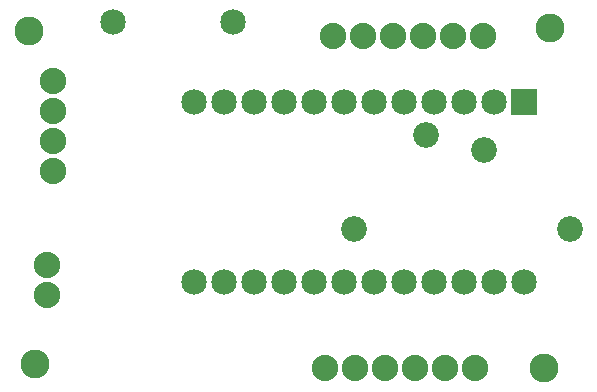
<source format=gts>
G04 MADE WITH FRITZING*
G04 WWW.FRITZING.ORG*
G04 DOUBLE SIDED*
G04 HOLES PLATED*
G04 CONTOUR ON CENTER OF CONTOUR VECTOR*
%ASAXBY*%
%FSLAX23Y23*%
%MOIN*%
%OFA0B0*%
%SFA1.0B1.0*%
%ADD10C,0.085000*%
%ADD11C,0.088000*%
%ADD12C,0.096614*%
%ADD13C,0.085433*%
%ADD14R,0.085000X0.085000*%
%LNMASK1*%
G90*
G70*
G54D10*
X1803Y1046D03*
X1803Y446D03*
X1703Y1046D03*
X1703Y446D03*
X1603Y1046D03*
X1603Y446D03*
X1503Y1046D03*
X1503Y446D03*
X1403Y1046D03*
X1403Y446D03*
X1303Y1046D03*
X1303Y446D03*
X1203Y1046D03*
X1203Y446D03*
X1103Y1046D03*
X1103Y446D03*
X1003Y1046D03*
X1003Y446D03*
X903Y1046D03*
X903Y446D03*
X803Y1046D03*
X803Y446D03*
X703Y1046D03*
X703Y446D03*
G54D11*
X234Y1115D03*
X234Y1015D03*
X234Y915D03*
X234Y815D03*
X213Y502D03*
X213Y402D03*
X1641Y160D03*
X1541Y160D03*
X1441Y160D03*
X1341Y160D03*
X1241Y160D03*
X1141Y160D03*
X1665Y1265D03*
X1565Y1265D03*
X1465Y1265D03*
X1365Y1265D03*
X1265Y1265D03*
X1165Y1265D03*
G54D10*
X832Y1311D03*
X432Y1311D03*
G54D12*
X1870Y158D03*
X174Y172D03*
X1888Y1291D03*
X152Y1281D03*
G54D13*
X1668Y886D03*
X1956Y622D03*
X1236Y622D03*
X1476Y934D03*
G54D14*
X1803Y1046D03*
G04 End of Mask1*
M02*
</source>
